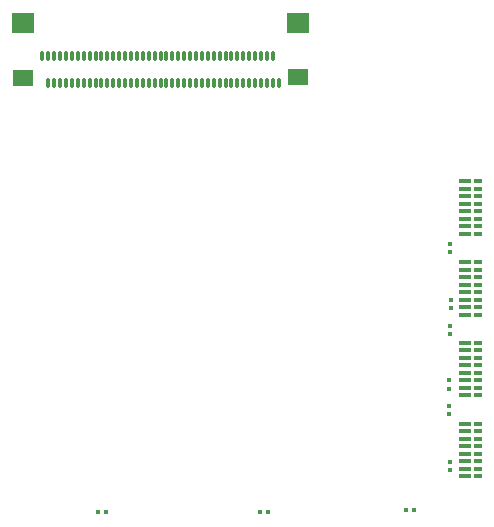
<source format=gbr>
G04 #@! TF.GenerationSoftware,KiCad,Pcbnew,9.0.5*
G04 #@! TF.CreationDate,2025-10-28T18:45:17-07:00*
G04 #@! TF.ProjectId,iris-128b-adapter,69726973-2d31-4323-9862-2d6164617074,rev?*
G04 #@! TF.SameCoordinates,Original*
G04 #@! TF.FileFunction,Paste,Top*
G04 #@! TF.FilePolarity,Positive*
%FSLAX46Y46*%
G04 Gerber Fmt 4.6, Leading zero omitted, Abs format (unit mm)*
G04 Created by KiCad (PCBNEW 9.0.5) date 2025-10-28 18:45:17*
%MOMM*%
%LPD*%
G01*
G04 APERTURE LIST*
G04 Aperture macros list*
%AMRoundRect*
0 Rectangle with rounded corners*
0 $1 Rounding radius*
0 $2 $3 $4 $5 $6 $7 $8 $9 X,Y pos of 4 corners*
0 Add a 4 corners polygon primitive as box body*
4,1,4,$2,$3,$4,$5,$6,$7,$8,$9,$2,$3,0*
0 Add four circle primitives for the rounded corners*
1,1,$1+$1,$2,$3*
1,1,$1+$1,$4,$5*
1,1,$1+$1,$6,$7*
1,1,$1+$1,$8,$9*
0 Add four rect primitives between the rounded corners*
20,1,$1+$1,$2,$3,$4,$5,0*
20,1,$1+$1,$4,$5,$6,$7,0*
20,1,$1+$1,$6,$7,$8,$9,0*
20,1,$1+$1,$8,$9,$2,$3,0*%
G04 Aperture macros list end*
%ADD10RoundRect,0.079500X-0.079500X-0.100500X0.079500X-0.100500X0.079500X0.100500X-0.079500X0.100500X0*%
%ADD11RoundRect,0.079500X0.100500X-0.079500X0.100500X0.079500X-0.100500X0.079500X-0.100500X-0.079500X0*%
%ADD12RoundRect,0.079500X0.079500X0.100500X-0.079500X0.100500X-0.079500X-0.100500X0.079500X-0.100500X0*%
%ADD13R,0.762000X0.381000*%
%ADD14R,1.016000X0.381000*%
%ADD15RoundRect,0.155000X-0.000010X0.300000X-0.000010X-0.300000X0.000010X-0.300000X0.000010X0.300000X0*%
%ADD16R,1.810000X1.380000*%
%ADD17R,1.950000X1.800000*%
G04 APERTURE END LIST*
D10*
X152325000Y-115600000D03*
X153015000Y-115600000D03*
D11*
X156150000Y-98490000D03*
X156150000Y-97800000D03*
X155975000Y-105320000D03*
X155975000Y-104630000D03*
D12*
X140645000Y-115800000D03*
X139955000Y-115800000D03*
D11*
X156050000Y-112220000D03*
X156050000Y-111530000D03*
X156050000Y-100695000D03*
X156050000Y-100005000D03*
X155975000Y-107495000D03*
X155975000Y-106805000D03*
D10*
X126255000Y-115800000D03*
X126945000Y-115800000D03*
D13*
X158449675Y-99065000D03*
X158449675Y-98430000D03*
X158449675Y-97795000D03*
X158449675Y-97160000D03*
X158449675Y-96525000D03*
X158449675Y-95890000D03*
X158449675Y-95255000D03*
X158449675Y-94620000D03*
D14*
X157306675Y-99065000D03*
X157306675Y-98430000D03*
X157306675Y-97795000D03*
X157306675Y-97160000D03*
X157306675Y-96525000D03*
X157306675Y-95890000D03*
X157306675Y-95255000D03*
X157306675Y-94620000D03*
D13*
X158449675Y-105907000D03*
X158449675Y-105272000D03*
X158449675Y-104637000D03*
X158449675Y-104002000D03*
X158449675Y-103367000D03*
X158449675Y-102732000D03*
X158449675Y-102097000D03*
X158449675Y-101462000D03*
D14*
X157306675Y-105907000D03*
X157306675Y-105272000D03*
X157306675Y-104637000D03*
X157306675Y-104002000D03*
X157306675Y-103367000D03*
X157306675Y-102732000D03*
X157306675Y-102097000D03*
X157306675Y-101462000D03*
D13*
X158449675Y-112749000D03*
X158449675Y-112114000D03*
X158449675Y-111479000D03*
X158449675Y-110844000D03*
X158449675Y-110209000D03*
X158449675Y-109574000D03*
X158449675Y-108939000D03*
X158449675Y-108304000D03*
D14*
X157306675Y-112749000D03*
X157306675Y-112114000D03*
X157306675Y-111479000D03*
X157306675Y-110844000D03*
X157306675Y-110209000D03*
X157306675Y-109574000D03*
X157306675Y-108939000D03*
X157306675Y-108304000D03*
D13*
X158449675Y-92223000D03*
X158449675Y-91588000D03*
X158449675Y-90953000D03*
X158449675Y-90318000D03*
X158449675Y-89683000D03*
X158449675Y-89048000D03*
X158449675Y-88413000D03*
X158449675Y-87778000D03*
D14*
X157306675Y-92223000D03*
X157306675Y-91588000D03*
X157306675Y-90953000D03*
X157306675Y-90318000D03*
X157306675Y-89683000D03*
X157306675Y-89048000D03*
X157306675Y-88413000D03*
X157306675Y-87778000D03*
D11*
X156075000Y-93795000D03*
X156075000Y-93105000D03*
D15*
X141550000Y-79485000D03*
X141050000Y-79485000D03*
X140550000Y-79485000D03*
X140050000Y-79485000D03*
X139550000Y-79485000D03*
X139050000Y-79485000D03*
X138550000Y-79485000D03*
X138050000Y-79485000D03*
X137550000Y-79485000D03*
X137050000Y-79485000D03*
X136550000Y-79485000D03*
X136050000Y-79485000D03*
X135550000Y-79485000D03*
X135050000Y-79485000D03*
X134550000Y-79485000D03*
X134050000Y-79485000D03*
X133550000Y-79485000D03*
X133050000Y-79485000D03*
X132550000Y-79485000D03*
X132050000Y-79485000D03*
X131550000Y-79485000D03*
X131050000Y-79485000D03*
X130550000Y-79485000D03*
X130050000Y-79485000D03*
X129550000Y-79485000D03*
X129050000Y-79485000D03*
X128550000Y-79485000D03*
X128050000Y-79485000D03*
X127550000Y-79485000D03*
X127050000Y-79485000D03*
X126550000Y-79485000D03*
X126050000Y-79485000D03*
X125550000Y-79485000D03*
X125050000Y-79485000D03*
X124550000Y-79485000D03*
X124050000Y-79485000D03*
X123550000Y-79485000D03*
X123050000Y-79485000D03*
X122550000Y-79485000D03*
X122050000Y-79485000D03*
X141050000Y-77160000D03*
X140550000Y-77160000D03*
X140050000Y-77160000D03*
X139550000Y-77160000D03*
X139050000Y-77160000D03*
X138550000Y-77160000D03*
X138050000Y-77160000D03*
X137550000Y-77160000D03*
X137050000Y-77160000D03*
X136550000Y-77160000D03*
X136050000Y-77160000D03*
X135550000Y-77160000D03*
X135050000Y-77160000D03*
X134550000Y-77160000D03*
X134050000Y-77160000D03*
X133550000Y-77160000D03*
X133050000Y-77160000D03*
X132550000Y-77160000D03*
X132050000Y-77160000D03*
X131550000Y-77160000D03*
X131050000Y-77160000D03*
X130550000Y-77160000D03*
X130050000Y-77160000D03*
X129550000Y-77160000D03*
X129050000Y-77160000D03*
X128550000Y-77160000D03*
X128050000Y-77160000D03*
X127550000Y-77160000D03*
X127050000Y-77160000D03*
X126550000Y-77160000D03*
X126050000Y-77160000D03*
X125550000Y-77160000D03*
X125050000Y-77160000D03*
X124550000Y-77160000D03*
X124050000Y-77160000D03*
X123550000Y-77160000D03*
X123050000Y-77160000D03*
X122550000Y-77160000D03*
X122050000Y-77160000D03*
X121550000Y-77145000D03*
D16*
X143220000Y-78985000D03*
D17*
X143200000Y-74335000D03*
X119930000Y-74335000D03*
D16*
X119880000Y-79005000D03*
M02*

</source>
